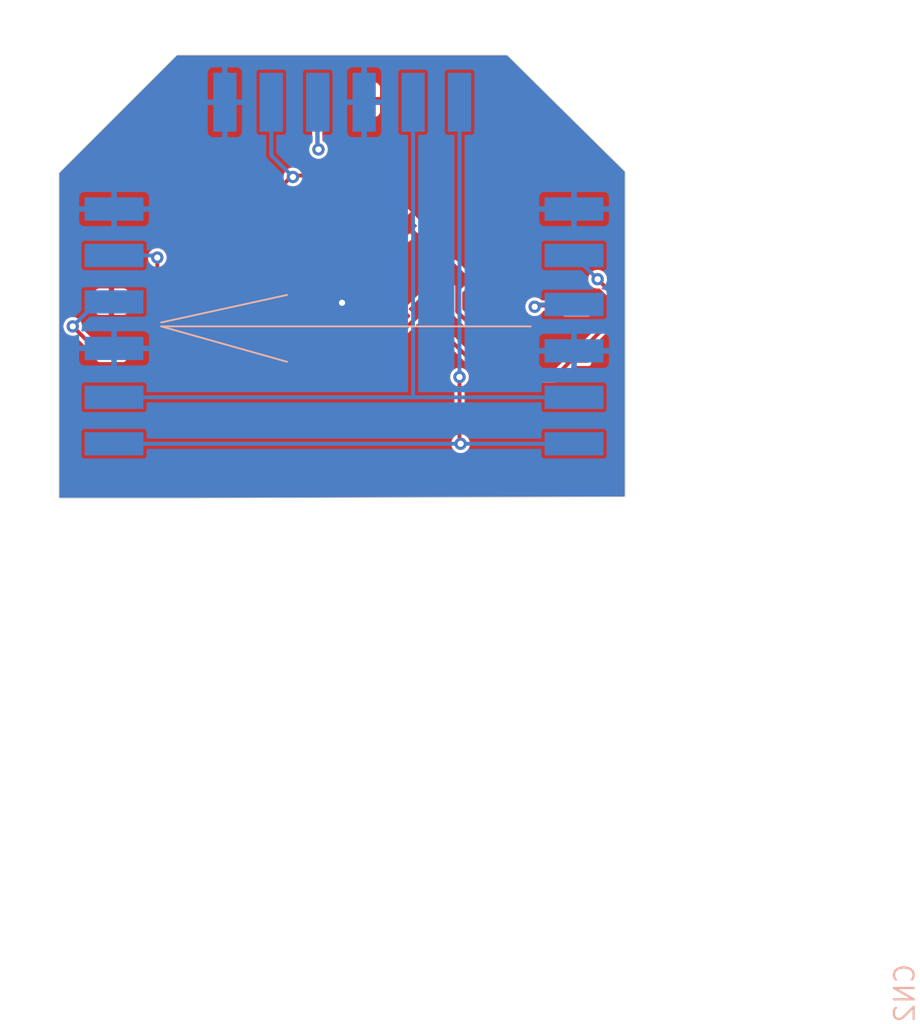
<source format=kicad_pcb>
(kicad_pcb (version 20211014) (generator pcbnew)
  (layers (0 "F.Cu" signal) (31 "B.Cu" signal) (34 "B.Paste" user) (35 "F.Paste" user) (36 "B.SilkS" user "B.Silkscreen") (37 "F.SilkS" user "F.Silkscreen") (38 "B.Mask" user) (39 "F.Mask" user) (44 "Edge.Cuts" user))
  (net 0 "")
  (net 1 "GND")
  (net 2 "Net-(CN1-Pad1)")
  (net 3 "Net-(CN1-Pad2)")
  (net 4 "Net-(CN1-Pad4)")
  (net 5 "+5V")
  (net 6 "Net-(CN2-Pad3)")
  (net 8 "Net-(CN3-Pad4)")
  (net 9 "Net-(D1-Pad2)")
  (net 10 "Net-(D3-Pad2)")
  (net 11 "Net-(D6-Pad2)")
  (footprint "LED_SMD:LED_WS2812B_PLCC4_5.0x5.0mm_P3.2mm" (layer "F.Cu") (at 136.144 103.632 45)
    (fp_text reference "D6" hide)
    (fp_text value "WS2812B")
    (pad "1" smd rect (at -2.45 -1.6 45) (size 1.5 1) (layers "F.Cu" "F.Paste" "F.Mask") (net 1 "GND"))
    (pad "2" smd rect (at -2.45 1.6 45) (size 1.5 1) (layers "F.Cu" "F.Paste" "F.Mask") (net 11 "Net-(D6-Pad2)"))
    (pad "3" smd rect (at 2.45 1.6 45) (size 1.5 1) (layers "F.Cu" "F.Paste" "F.Mask") (net 5 "+5V"))
    (pad "4" smd rect (at 2.45 -1.6 45) (size 1.5 1) (layers "F.Cu" "F.Paste" "F.Mask") (net 10 "Net-(D3-Pad2)"))
  )
  (footprint "LED_SMD:LED_WS2812B_PLCC4_5.0x5.0mm_P3.2mm" (layer "F.Cu") (at 140.716 95.25 90)
    (fp_text reference "D4" hide)
    (fp_text value "WS2812B")
    (pad "1" smd rect (at -2.45 -1.6 90) (size 1.5 1) (layers "F.Cu" "F.Paste" "F.Mask") (net 5 "+5V"))
    (pad "2" smd rect (at -2.45 1.6 90) (size 1.5 1) (layers "F.Cu" "F.Paste" "F.Mask"))
    (pad "3" smd rect (at 2.45 1.6 90) (size 1.5 1) (layers "F.Cu" "F.Paste" "F.Mask") (net 1 "GND"))
    (pad "4" smd rect (at 2.45 -1.6 90) (size 1.5 1) (layers "F.Cu" "F.Paste" "F.Mask") (net 8 "Net-(CN3-Pad4)"))
  )
  (footprint "LED_SMD:LED_WS2812B_PLCC4_5.0x5.0mm_P3.2mm" (layer "F.Cu") (at 128.27 107.442)
    (fp_text reference "D7" hide)
    (fp_text value "WS2812B")
    (pad "1" smd rect (at -2.45 -1.6) (size 1.5 1) (layers "F.Cu" "F.Paste" "F.Mask") (net 1 "GND"))
    (pad "2" smd rect (at -2.45 1.6) (size 1.5 1) (layers "F.Cu" "F.Paste" "F.Mask") (net 4 "Net-(CN1-Pad4)"))
    (pad "3" smd rect (at 2.45 1.6) (size 1.5 1) (layers "F.Cu" "F.Paste" "F.Mask") (net 5 "+5V"))
    (pad "4" smd rect (at 2.45 -1.6) (size 1.5 1) (layers "F.Cu" "F.Paste" "F.Mask") (net 11 "Net-(D6-Pad2)"))
  )
  (footprint "LED_SMD:LED_WS2812B_PLCC4_5.0x5.0mm_P3.2mm" (layer "F.Cu") (at 145.288 103.632 -45)
    (fp_text reference "D3" hide)
    (fp_text value "WS2812B")
    (pad "1" smd rect (at -2.45 -1.6 315) (size 1.5 1) (layers "F.Cu" "F.Paste" "F.Mask") (net 1 "GND"))
    (pad "2" smd rect (at -2.45 1.6 315) (size 1.5 1) (layers "F.Cu" "F.Paste" "F.Mask") (net 10 "Net-(D3-Pad2)"))
    (pad "3" smd rect (at 2.45 1.6 315) (size 1.5 1) (layers "F.Cu" "F.Paste" "F.Mask") (net 5 "+5V"))
    (pad "4" smd rect (at 2.45 -1.6 315) (size 1.5 1) (layers "F.Cu" "F.Paste" "F.Mask") (net 9 "Net-(D1-Pad2)"))
  )
  (footprint "LED_SMD:LED_WS2812B_PLCC4_5.0x5.0mm_P3.2mm" (layer "F.Cu") (at 153.416 107.696)
    (fp_text reference "D1" hide)
    (fp_text value "WS2812B")
    (pad "1" smd rect (at -2.45 -1.6) (size 1.5 1) (layers "F.Cu" "F.Paste" "F.Mask") (net 1 "GND"))
    (pad "2" smd rect (at -2.45 1.6) (size 1.5 1) (layers "F.Cu" "F.Paste" "F.Mask") (net 9 "Net-(D1-Pad2)"))
    (pad "3" smd rect (at 2.45 1.6) (size 1.5 1) (layers "F.Cu" "F.Paste" "F.Mask") (net 5 "+5V"))
    (pad "4" smd rect (at 2.45 -1.6) (size 1.5 1) (layers "F.Cu" "F.Paste" "F.Mask") (net 6 "Net-(CN2-Pad3)"))
  )
  (footprint "Adafruit NeoPixel 8 Stick:1X4-SMT" (layer "B.Cu") (at 141.224 92.964 180)
    (fp_text reference "CN3" hide)
    (fp_text value "1X4SMT")
    (pad "1" smd rect (at -7.08 0 180) (size 1.5 3.8) (layers "B.Cu" "B.Paste" "B.Mask") (net 2 "Net-(CN1-Pad1)"))
    (pad "2" smd rect (at -4.08 0 180) (size 1.5 3.8) (layers "B.Cu" "B.Paste" "B.Mask") (net 3 "Net-(CN1-Pad2)"))
    (pad "3" smd rect (at -0.92 0 180) (size 1.5 3.8) (layers "B.Cu" "B.Paste" "B.Mask") (net 1 "GND"))
    (pad "4" smd rect (at 2.08 0 180) (size 1.5 3.8) (layers "B.Cu" "B.Paste" "B.Mask") (net 8 "Net-(CN3-Pad4)"))
    (pad "5" smd rect (at 5.08 0 180) (size 1.5 3.8) (layers "B.Cu" "B.Paste" "B.Mask") (net 5 "+5V"))
    (pad "6" smd rect (at 8.08 0 180) (size 1.5 3.8) (layers "B.Cu" "B.Paste" "B.Mask") (net 1 "GND"))
  )
  (footprint "Adafruit NeoPixel 8 Stick:1X4-SMT" (layer "B.Cu") (at 125.984 107.942 90)
    (fp_text reference "CN1" hide)
    (fp_text value "1X4SMT")
    (pad "1" smd rect (at -7.08 0 90) (size 1.5 3.8) (layers "B.Cu" "B.Paste" "B.Mask") (net 2 "Net-(CN1-Pad1)"))
    (pad "2" smd rect (at -4.08 0 90) (size 1.5 3.8) (layers "B.Cu" "B.Paste" "B.Mask") (net 3 "Net-(CN1-Pad2)"))
    (pad "3" smd rect (at -0.92 0 90) (size 1.5 3.8) (layers "B.Cu" "B.Paste" "B.Mask") (net 1 "GND"))
    (pad "4" smd rect (at 2.08 0 90) (size 1.5 3.8) (layers "B.Cu" "B.Paste" "B.Mask") (net 4 "Net-(CN1-Pad4)"))
    (pad "5" smd rect (at 5.08 0 90) (size 1.5 3.8) (layers "B.Cu" "B.Paste" "B.Mask") (net 5 "+5V"))
    (pad "6" smd rect (at 8.08 0 90) (size 1.5 3.8) (layers "B.Cu" "B.Paste" "B.Mask") (net 1 "GND"))
  )
  (footprint "Adafruit NeoPixel 8 Stick:1X4-SMT" (layer "B.Cu") (at 155.702 106.942 -90)
    (fp_text reference "CN2" (at 43.568 -21.362 90) (layer "B.SilkS") (effects (font (size 1.27 1.27)) (justify mirror)))
    (fp_text value "1X4SMT")
    (pad "1" smd rect (at -7.08 0 270) (size 1.5 3.8) (layers "B.Cu" "B.Paste" "B.Mask") (net 1 "GND"))
    (pad "2" smd rect (at -4.08 0 270) (size 1.5 3.8) (layers "B.Cu" "B.Paste" "B.Mask") (net 5 "+5V"))
    (pad "3" smd rect (at -0.92 0 270) (size 1.5 3.8) (layers "B.Cu" "B.Paste" "B.Mask") (net 6 "Net-(CN2-Pad3)"))
    (pad "4" smd rect (at 2.08 0 270) (size 1.5 3.8) (layers "B.Cu" "B.Paste" "B.Mask") (net 1 "GND"))
    (pad "5" smd rect (at 5.08 0 270) (size 1.5 3.8) (layers "B.Cu" "B.Paste" "B.Mask") (net 3 "Net-(CN1-Pad2)"))
    (pad "6" smd rect (at 8.08 0 270) (size 1.5 3.8) (layers "B.Cu" "B.Paste" "B.Mask") (net 2 "Net-(CN1-Pad1)"))
  )
  (gr_line (start 129.032 107.188) (end 137.16 105.41) (layer "B.SilkS") (width 0.12))
  (gr_line (start 152.908 107.442) (end 129.032 107.442) (layer "B.SilkS") (width 0.12))
  (gr_line (start 137.16 109.728) (end 129.032 107.442) (layer "B.SilkS") (width 0.12))
  (gr_line (start 130.048 89.915998) (end 151.384 89.915999) (layer "Edge.Cuts") (width 0.05))
  (gr_line (start 122.428 97.536) (end 122.428 118.536) (layer "Edge.Cuts") (width 0.05))
  (gr_line (start 151.384 89.915999) (end 159.004 97.45) (layer "Edge.Cuts") (width 0.05))
  (gr_line (start 130.048 118.536) (end 159.004 118.45) (layer "Edge.Cuts") (width 0.05))
  (gr_line (start 159.004 97.45) (end 159.004 118.45) (layer "Edge.Cuts") (width 0.05))
  (gr_line locked (start 122.428 118.536) (end 130.048 118.536) (layer "Edge.Cuts") (width 0.05))
  (gr_line (start 122.428 97.536) (end 130.048 89.915998) (layer "Edge.Cuts") (width 0.05))
  (via (at 140.716 105.918) (size 0.8) (drill 0.4) (layers "F.Cu" "B.Cu") (net 1))
  (segment (start 148.304 110.712) (end 148.304 114.95) (width 0.25) (layer "F.Cu") (net 2))
  (segment (start 148.304 114.95) (end 148.376 115.022) (width 0.25) (layer "F.Cu") (net 2))
  (via (at 148.376 115.022) (size 0.8) (drill 0.4) (layers "F.Cu" "B.Cu") (net 2))
  (via (at 148.304 110.712) (size 0.8) (drill 0.4) (layers "F.Cu" "B.Cu") (net 2))
  (segment (start 148.304 92.964) (end 148.304 110.712) (width 0.25) (layer "B.Cu") (net 2))
  (segment (start 148.376 115.022) (end 155.702 115.022) (width 0.25) (layer "B.Cu") (net 2))
  (segment (start 125.984 115.022) (end 148.376 115.022) (width 0.25) (layer "B.Cu") (net 2))
  (segment (start 145.304 92.964) (end 145.304 112.014) (width 0.25) (layer "B.Cu") (net 3))
  (segment (start 145.304 112.014) (end 145.296 112.022) (width 0.25) (layer "B.Cu") (net 3))
  (segment (start 125.984 112.022) (end 145.296 112.022) (width 0.25) (layer "B.Cu") (net 3))
  (segment (start 145.296 112.022) (end 155.702 112.022) (width 0.25) (layer "B.Cu") (net 3))
  (segment (start 125.82 109.042) (end 124.917 109.042) (width 0.25) (layer "F.Cu") (net 4))
  (segment (start 124.917 109.042) (end 123.317 107.442) (width 0.25) (layer "F.Cu") (net 4))
  (via (at 123.317 107.442) (size 0.8) (drill 0.4) (layers "F.Cu" "B.Cu") (net 4))
  (segment (start 125.984 105.862) (end 124.897 105.862) (width 0.25) (layer "B.Cu") (net 4))
  (segment (start 124.897 105.862) (end 123.317 107.442) (width 0.25) (layer "B.Cu") (net 4))
  (segment (start 130.72 109.042) (end 138.862 109.042) (width 0.25) (layer "F.Cu") (net 5))
  (segment (start 128.778 107.1) (end 128.778 102.997) (width 0.25) (layer "F.Cu") (net 5))
  (segment (start 130.72 109.042) (end 128.778 107.1) (width 0.25) (layer "F.Cu") (net 5))
  (segment (start 158.242 105.41) (end 157.226 104.394) (width 0.25) (layer "F.Cu") (net 5))
  (segment (start 139.007782 103.030959) (end 139.007782 108.896218) (width 0.25) (layer "F.Cu") (net 5))
  (segment (start 139.007782 108.896218) (end 138.862 109.042) (width 0.25) (layer "F.Cu") (net 5))
  (segment (start 150.137259 110.744) (end 154.418 110.744) (width 0.25) (layer "F.Cu") (net 5))
  (segment (start 134.366 101.346) (end 136.652 103.632) (width 0.25) (layer "F.Cu") (net 5))
  (segment (start 136.652 103.632) (end 138.406741 103.632) (width 0.25) (layer "F.Cu") (net 5))
  (segment (start 139.116 97.7) (end 137.504 97.7) (width 0.25) (layer "F.Cu") (net 5))
  (segment (start 158.242 106.934) (end 155.88 109.296) (width 0.25) (layer "F.Cu") (net 5))
  (segment (start 158.242 105.41) (end 158.242 106.934) (width 0.25) (layer "F.Cu") (net 5))
  (segment (start 138.862 109.042) (end 143.342823 109.042) (width 0.25) (layer "F.Cu") (net 5))
  (segment (start 154.418 110.744) (end 155.866 109.296) (width 0.25) (layer "F.Cu") (net 5))
  (segment (start 143.342823 109.042) (end 145.889041 106.495782) (width 0.25) (layer "F.Cu") (net 5))
  (segment (start 138.406741 103.632) (end 139.007782 103.030959) (width 0.25) (layer "F.Cu") (net 5))
  (segment (start 155.88 109.296) (end 155.866 109.296) (width 0.25) (layer "F.Cu") (net 5))
  (segment (start 134.366 100.838) (end 134.366 101.346) (width 0.25) (layer "F.Cu") (net 5))
  (segment (start 137.504 97.7) (end 134.366 100.838) (width 0.25) (layer "F.Cu") (net 5))
  (segment (start 145.889041 106.495782) (end 150.137259 110.744) (width 0.25) (layer "F.Cu") (net 5))
  (via (at 157.226 104.394) (size 0.8) (drill 0.4) (layers "F.Cu" "B.Cu") (net 5))
  (via (at 137.541 97.79) (size 0.8) (drill 0.4) (layers "F.Cu" "B.Cu") (net 5))
  (via (at 128.778 102.997) (size 0.8) (drill 0.4) (layers "F.Cu" "B.Cu") (net 5))
  (segment (start 155.702 102.87) (end 157.226 104.394) (width 0.25) (layer "B.Cu") (net 5))
  (segment (start 125.984 102.862) (end 128.643 102.862) (width 0.25) (layer "B.Cu") (net 5))
  (segment (start 136.144 96.393) (end 137.541 97.79) (width 0.25) (layer "B.Cu") (net 5))
  (segment (start 155.702 102.862) (end 155.702 102.87) (width 0.25) (layer "B.Cu") (net 5))
  (segment (start 128.643 102.862) (end 128.778 102.997) (width 0.25) (layer "B.Cu") (net 5))
  (segment (start 136.144 92.964) (end 136.144 96.393) (width 0.25) (layer "B.Cu") (net 5))
  (segment (start 153.162 106.172) (end 153.238 106.096) (width 0.25) (layer "F.Cu") (net 6))
  (segment (start 153.238 106.096) (end 155.866 106.096) (width 0.25) (layer "F.Cu") (net 6))
  (via (at 153.162 106.172) (size 0.8) (drill 0.4) (layers "F.Cu" "B.Cu") (net 6))
  (segment (start 153.162 106.172) (end 153.312 106.022) (width 0.25) (layer "B.Cu") (net 6))
  (segment (start 153.312 106.022) (end 155.702 106.022) (width 0.25) (layer "B.Cu") (net 6))
  (segment (start 139.116 95.936) (end 139.116 92.8) (width 0.25) (layer "F.Cu") (net 8))
  (segment (start 139.192 96.012) (end 139.116 95.936) (width 0.25) (layer "F.Cu") (net 8))
  (via (at 139.192 96.012) (size 0.8) (drill 0.4) (layers "F.Cu" "B.Cu") (net 8))
  (segment (start 139.144 92.964) (end 139.144 95.964) (width 0.25) (layer "B.Cu") (net 8))
  (segment (start 139.144 95.964) (end 139.192 96.012) (width 0.25) (layer "B.Cu") (net 8))
  (segment (start 148.151782 104.233041) (end 148.151782 106.481782) (width 0.25) (layer "F.Cu") (net 9))
  (segment (start 148.151782 106.481782) (end 150.966 109.296) (width 0.25) (layer "F.Cu") (net 9))
  (segment (start 140.161477 100.768218) (end 142.424218 103.030959) (width 0.25) (layer "F.Cu") (net 10))
  (segment (start 136.745041 100.768218) (end 140.161477 100.768218) (width 0.25) (layer "F.Cu") (net 10))
  (segment (start 130.72 105.842) (end 134.889177 105.842) (width 0.25) (layer "F.Cu") (net 11))
  (segment (start 134.889177 105.842) (end 135.542959 106.495782) (width 0.25) (layer "F.Cu") (net 11))
  (zone (net 1) (net_name "GND") (layers F&B.Cu) (priority 6) (connect_pads (clearance 0.000001)) (min_thickness 0.1524) (fill yes (thermal_gap 0.3548) (thermal_bridge_width 0.3548))
    (polygon (pts (xy 164.338 86.36) (xy 163.83 124.206) (xy 118.872 123.444) (xy 118.618 86.614)))
  )
)
</source>
